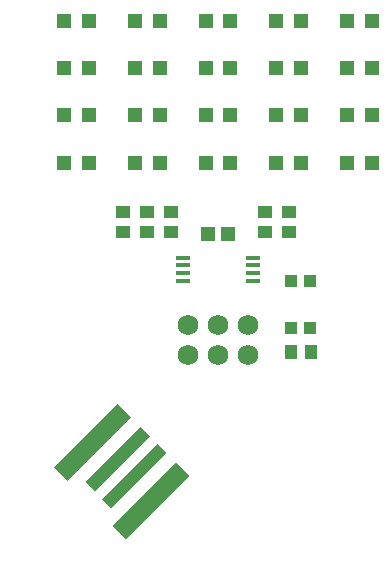
<source format=gbr>
G04 EAGLE Gerber RS-274X export*
G75*
%MOMM*%
%FSLAX34Y34*%
%LPD*%
%INSoldermask Top*%
%IPPOS*%
%AMOC8*
5,1,8,0,0,1.08239X$1,22.5*%
G01*
%ADD10R,1.151600X1.181600*%
%ADD11R,1.301600X0.451600*%
%ADD12R,1.101600X1.101600*%
%ADD13R,1.101600X1.201600*%
%ADD14C,1.727200*%
%ADD15R,7.601600X1.601600*%
%ADD16R,6.601600X1.101600*%
%ADD17R,1.301600X1.301600*%
%ADD18R,1.201600X1.101600*%


D10*
X151250Y280000D03*
X168750Y280000D03*
D11*
X189250Y240250D03*
X189250Y246750D03*
X189250Y253250D03*
X189250Y259750D03*
X130750Y259750D03*
X130750Y253250D03*
X130750Y246750D03*
X130750Y240250D03*
D12*
X222000Y240000D03*
X238000Y240000D03*
X238000Y200000D03*
X222000Y200000D03*
D13*
X221500Y180000D03*
X238500Y180000D03*
D14*
X160000Y202700D03*
X160000Y177300D03*
X185400Y177300D03*
X185400Y202700D03*
X134600Y202700D03*
X134600Y177300D03*
D15*
G36*
X135873Y75050D02*
X82122Y21299D01*
X70797Y32624D01*
X124548Y86375D01*
X135873Y75050D01*
G37*
D16*
G36*
X116426Y94495D02*
X69747Y47816D01*
X61958Y55605D01*
X108637Y102284D01*
X116426Y94495D01*
G37*
G36*
X102284Y108637D02*
X55605Y61958D01*
X47816Y69747D01*
X94495Y116426D01*
X102284Y108637D01*
G37*
D15*
G36*
X86375Y124548D02*
X32624Y70797D01*
X21299Y82122D01*
X75050Y135873D01*
X86375Y124548D01*
G37*
D17*
X50500Y460000D03*
X29500Y460000D03*
X110500Y460000D03*
X89500Y460000D03*
X170500Y460000D03*
X149500Y460000D03*
X230500Y460000D03*
X209500Y460000D03*
X290500Y460000D03*
X269500Y460000D03*
X50500Y420000D03*
X29500Y420000D03*
X110500Y420000D03*
X89500Y420000D03*
X170500Y420000D03*
X149500Y420000D03*
X230500Y420000D03*
X209500Y420000D03*
X290500Y420000D03*
X269500Y420000D03*
X50500Y380000D03*
X29500Y380000D03*
X110500Y380000D03*
X89500Y380000D03*
X170500Y380000D03*
X149500Y380000D03*
X230500Y380000D03*
X209500Y380000D03*
X290500Y380000D03*
X269500Y380000D03*
X50500Y340000D03*
X29500Y340000D03*
X110500Y340000D03*
X89500Y340000D03*
X170500Y340000D03*
X149500Y340000D03*
X230500Y340000D03*
X209500Y340000D03*
X290500Y340000D03*
X269500Y340000D03*
D18*
X100000Y281500D03*
X100000Y298500D03*
X80000Y281500D03*
X80000Y298500D03*
X120000Y281500D03*
X120000Y298500D03*
X200000Y281500D03*
X200000Y298500D03*
X220000Y281500D03*
X220000Y298500D03*
M02*

</source>
